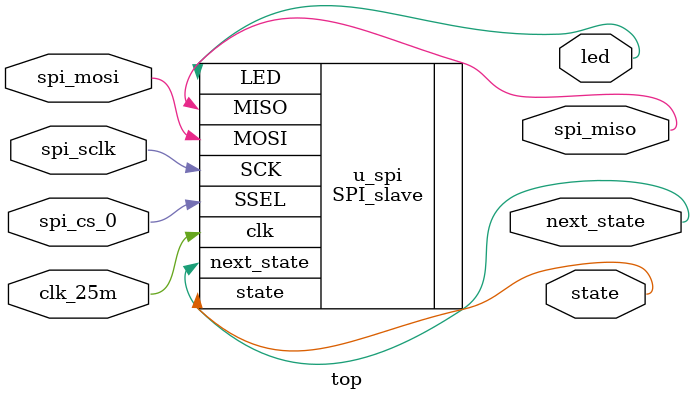
<source format=sv>
module top (
  input  logic clk_25m,     // 25 MHz Sysclk ULX3S
  input  logic spi_sclk,
  input  logic spi_cs_0,    // SSEL = spi_cs_0 (Haupt-CS)
  input  logic spi_mosi,
  output wire spi_miso,
  output logic led,
  output logic state,
  output logic next_state
);

  SPI_slave u_spi (
    .clk  (clk_25m),
    .SCK  (spi_sclk),
    .SSEL (spi_cs_0),
    .MOSI (spi_mosi),
    .MISO (spi_miso),
    .LED  (led),
    .state(state),
    .next_state(next_state)
  );

endmodule

</source>
